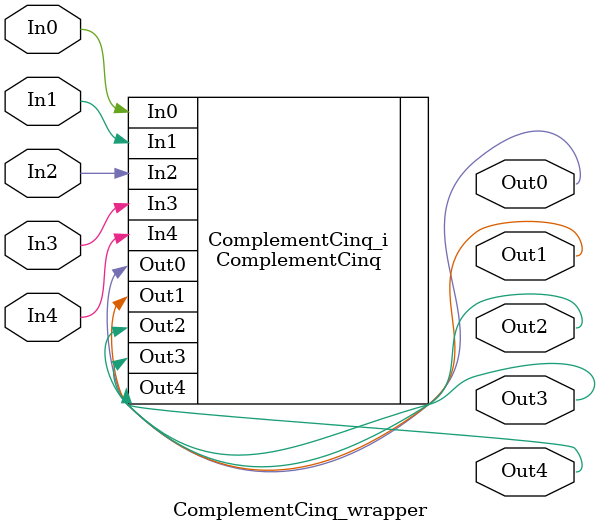
<source format=v>
`timescale 1 ps / 1 ps

module ComplementCinq_wrapper
   (In0,
    In1,
    In2,
    In3,
    In4,
    Out0,
    Out1,
    Out2,
    Out3,
    Out4);
  input In0;
  input In1;
  input In2;
  input In3;
  input In4;
  output Out0;
  output Out1;
  output Out2;
  output Out3;
  output Out4;

  wire In0;
  wire In1;
  wire In2;
  wire In3;
  wire In4;
  wire Out0;
  wire Out1;
  wire Out2;
  wire Out3;
  wire Out4;

  ComplementCinq ComplementCinq_i
       (.In0(In0),
        .In1(In1),
        .In2(In2),
        .In3(In3),
        .In4(In4),
        .Out0(Out0),
        .Out1(Out1),
        .Out2(Out2),
        .Out3(Out3),
        .Out4(Out4));
endmodule

</source>
